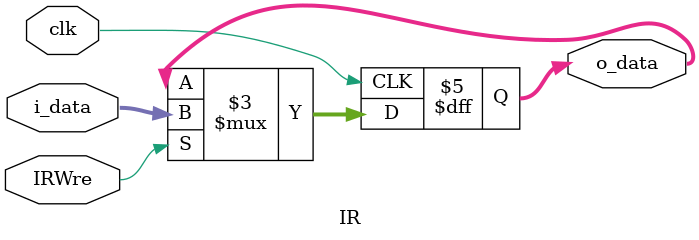
<source format=v>
module IR(i_data, clk, IRWre, o_data);
  input clk, IRWre;
  input [31:0] i_data;
  output reg[31:0] o_data;
  always @(negedge clk) begin // ´æÔÚÑÓ³ÙµÄÎÊÌâ£¬ËùÒÔÓÃÏÂ½µÑØ´¥·¢£¬¶ÔÊý¾Ý´«ÊäÃ»ÓÐÊ²Ã´Ó°Ïì
    if (IRWre) begin
        o_data = i_data;
     end
  end
endmodule
</source>
